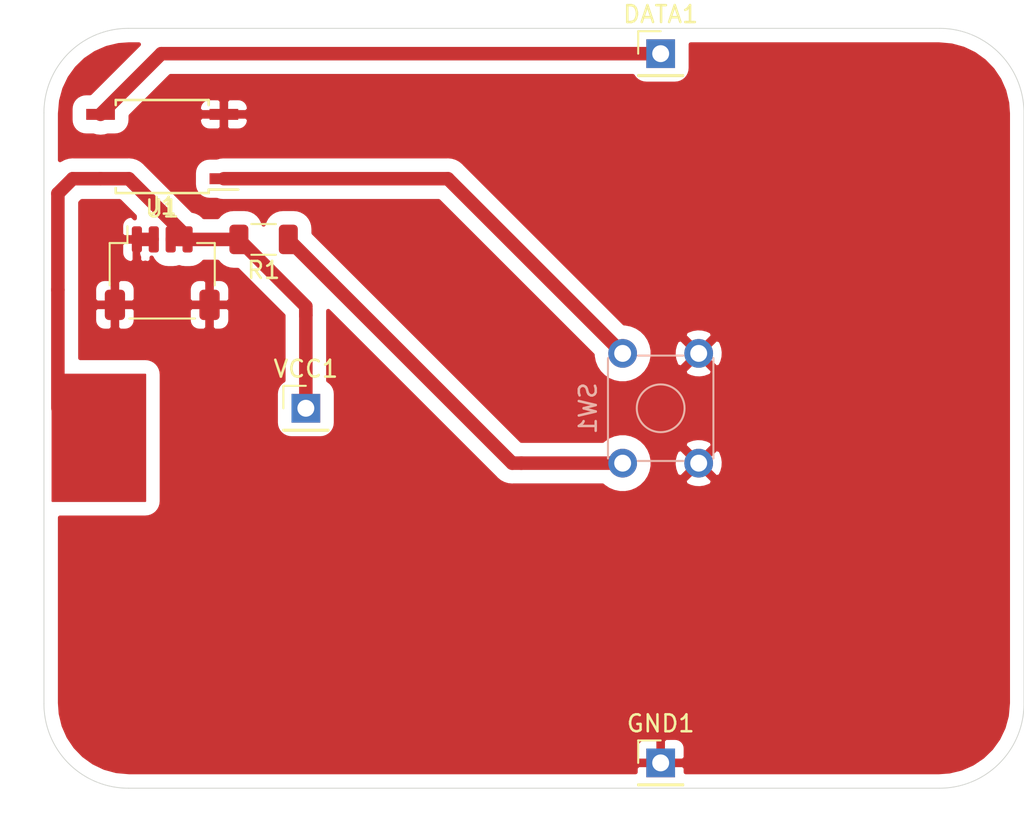
<source format=kicad_pcb>
(kicad_pcb (version 20171130) (host pcbnew 5.1.12-84ad8e8a86~92~ubuntu20.04.1)

  (general
    (thickness 1.6)
    (drawings 9)
    (tracks 22)
    (zones 0)
    (modules 7)
    (nets 6)
  )

  (page A4)
  (layers
    (0 F.Cu signal)
    (31 B.Cu signal)
    (32 B.Adhes user)
    (33 F.Adhes user)
    (34 B.Paste user)
    (35 F.Paste user)
    (36 B.SilkS user)
    (37 F.SilkS user)
    (38 B.Mask user)
    (39 F.Mask user)
    (40 Dwgs.User user)
    (41 Cmts.User user)
    (42 Eco1.User user)
    (43 Eco2.User user)
    (44 Edge.Cuts user)
    (45 Margin user)
    (46 B.CrtYd user)
    (47 F.CrtYd user)
    (48 B.Fab user)
    (49 F.Fab user)
  )

  (setup
    (last_trace_width 0.25)
    (user_trace_width 0.8)
    (trace_clearance 0.4)
    (zone_clearance 0.8)
    (zone_45_only no)
    (trace_min 0.2)
    (via_size 0.8)
    (via_drill 0.4)
    (via_min_size 0.4)
    (via_min_drill 0.3)
    (uvia_size 0.3)
    (uvia_drill 0.1)
    (uvias_allowed no)
    (uvia_min_size 0.2)
    (uvia_min_drill 0.1)
    (edge_width 0.05)
    (segment_width 0.2)
    (pcb_text_width 0.3)
    (pcb_text_size 1.5 1.5)
    (mod_edge_width 0.12)
    (mod_text_size 1 1)
    (mod_text_width 0.15)
    (pad_size 1.7 1.7)
    (pad_drill 1)
    (pad_to_mask_clearance 0)
    (aux_axis_origin 0 0)
    (visible_elements FFFFFF7F)
    (pcbplotparams
      (layerselection 0x010fc_ffffffff)
      (usegerberextensions false)
      (usegerberattributes true)
      (usegerberadvancedattributes true)
      (creategerberjobfile true)
      (excludeedgelayer true)
      (linewidth 0.100000)
      (plotframeref false)
      (viasonmask false)
      (mode 1)
      (useauxorigin false)
      (hpglpennumber 1)
      (hpglpenspeed 20)
      (hpglpendiameter 15.000000)
      (psnegative false)
      (psa4output false)
      (plotreference true)
      (plotvalue true)
      (plotinvisibletext false)
      (padsonsilk false)
      (subtractmaskfromsilk false)
      (outputformat 1)
      (mirror false)
      (drillshape 0)
      (scaleselection 1)
      (outputdirectory "gerber"))
  )

  (net 0 "")
  (net 1 GND)
  (net 2 VCC)
  (net 3 "Net-(DATA1-Pad1)")
  (net 4 "Net-(R1-Pad1)")
  (net 5 "Net-(SW1-Pad1)")

  (net_class Default "This is the default net class."
    (clearance 0.4)
    (trace_width 0.25)
    (via_dia 0.8)
    (via_drill 0.4)
    (uvia_dia 0.3)
    (uvia_drill 0.1)
    (add_net GND)
    (add_net "Net-(DATA1-Pad1)")
    (add_net "Net-(R1-Pad1)")
    (add_net "Net-(SW1-Pad1)")
    (add_net VCC)
  )

  (module Resistor_SMD:R_1206_3216Metric (layer F.Cu) (tedit 5F68FEEE) (tstamp 618ADBEA)
    (at 113 112.5 180)
    (descr "Resistor SMD 1206 (3216 Metric), square (rectangular) end terminal, IPC_7351 nominal, (Body size source: IPC-SM-782 page 72, https://www.pcb-3d.com/wordpress/wp-content/uploads/ipc-sm-782a_amendment_1_and_2.pdf), generated with kicad-footprint-generator")
    (tags resistor)
    (path /61905F66)
    (attr smd)
    (fp_text reference R1 (at 0 -1.82) (layer F.SilkS)
      (effects (font (size 1 1) (thickness 0.15)))
    )
    (fp_text value R (at 0 1.82) (layer F.Fab)
      (effects (font (size 1 1) (thickness 0.15)))
    )
    (fp_line (start 2.28 1.12) (end -2.28 1.12) (layer F.CrtYd) (width 0.05))
    (fp_line (start 2.28 -1.12) (end 2.28 1.12) (layer F.CrtYd) (width 0.05))
    (fp_line (start -2.28 -1.12) (end 2.28 -1.12) (layer F.CrtYd) (width 0.05))
    (fp_line (start -2.28 1.12) (end -2.28 -1.12) (layer F.CrtYd) (width 0.05))
    (fp_line (start -0.727064 0.91) (end 0.727064 0.91) (layer F.SilkS) (width 0.12))
    (fp_line (start -0.727064 -0.91) (end 0.727064 -0.91) (layer F.SilkS) (width 0.12))
    (fp_line (start 1.6 0.8) (end -1.6 0.8) (layer F.Fab) (width 0.1))
    (fp_line (start 1.6 -0.8) (end 1.6 0.8) (layer F.Fab) (width 0.1))
    (fp_line (start -1.6 -0.8) (end 1.6 -0.8) (layer F.Fab) (width 0.1))
    (fp_line (start -1.6 0.8) (end -1.6 -0.8) (layer F.Fab) (width 0.1))
    (fp_text user %R (at 0 0) (layer F.Fab)
      (effects (font (size 0.8 0.8) (thickness 0.12)))
    )
    (pad 2 smd roundrect (at 1.4625 0 180) (size 1.125 1.75) (layers F.Cu F.Paste F.Mask) (roundrect_rratio 0.2222204444444444)
      (net 2 VCC))
    (pad 1 smd roundrect (at -1.4625 0 180) (size 1.125 1.75) (layers F.Cu F.Paste F.Mask) (roundrect_rratio 0.2222204444444444)
      (net 4 "Net-(R1-Pad1)"))
    (model ${KISYS3DMOD}/Resistor_SMD.3dshapes/R_1206_3216Metric.wrl
      (at (xyz 0 0 0))
      (scale (xyz 1 1 1))
      (rotate (xyz 0 0 0))
    )
  )

  (module Package_SO:SOIJ-8_5.3x5.3mm_P1.27mm (layer F.Cu) (tedit 618AD5BA) (tstamp 618A8BF4)
    (at 107 107 180)
    (descr "8-Lead Plastic Small Outline (SM) - Medium, 5.28 mm Body [SOIC] (see Microchip Packaging Specification 00000049BS.pdf)")
    (tags "SOIC 1.27")
    (path /618DF9ED)
    (attr smd)
    (fp_text reference U1 (at 0 -3.68 180) (layer F.SilkS)
      (effects (font (size 1 1) (thickness 0.15)))
    )
    (fp_text value ATtiny85-20SU (at 0 3.68 180) (layer F.Fab)
      (effects (font (size 1 1) (thickness 0.15)))
    )
    (fp_line (start -2.75 -2.55) (end -4.5 -2.55) (layer F.SilkS) (width 0.15))
    (fp_line (start -2.75 2.755) (end 2.75 2.755) (layer F.SilkS) (width 0.15))
    (fp_line (start -2.75 -2.755) (end 2.75 -2.755) (layer F.SilkS) (width 0.15))
    (fp_line (start -2.75 2.755) (end -2.75 2.455) (layer F.SilkS) (width 0.15))
    (fp_line (start 2.75 2.755) (end 2.75 2.455) (layer F.SilkS) (width 0.15))
    (fp_line (start 2.75 -2.755) (end 2.75 -2.455) (layer F.SilkS) (width 0.15))
    (fp_line (start -2.75 -2.755) (end -2.75 -2.55) (layer F.SilkS) (width 0.15))
    (fp_line (start -4.75 2.95) (end 4.75 2.95) (layer F.CrtYd) (width 0.05))
    (fp_line (start -4.75 -2.95) (end 4.75 -2.95) (layer F.CrtYd) (width 0.05))
    (fp_line (start 4.75 -2.95) (end 4.75 2.95) (layer F.CrtYd) (width 0.05))
    (fp_line (start -4.75 -2.95) (end -4.75 2.95) (layer F.CrtYd) (width 0.05))
    (fp_line (start -2.65 -1.65) (end -1.65 -2.65) (layer F.Fab) (width 0.15))
    (fp_line (start -2.65 2.65) (end -2.65 -1.65) (layer F.Fab) (width 0.15))
    (fp_line (start 2.65 2.65) (end -2.65 2.65) (layer F.Fab) (width 0.15))
    (fp_line (start 2.65 -2.65) (end 2.65 2.65) (layer F.Fab) (width 0.15))
    (fp_line (start -1.65 -2.65) (end 2.65 -2.65) (layer F.Fab) (width 0.15))
    (fp_text user %R (at 0 0 180) (layer F.Fab)
      (effects (font (size 1 1) (thickness 0.15)))
    )
    (pad 8 smd rect (at 3.65 -1.905 180) (size 1.7 0.65) (layers F.Cu F.Paste F.Mask)
      (net 2 VCC))
    (pad 5 smd rect (at 3.65 1.905 180) (size 1.7 0.65) (layers F.Cu F.Paste F.Mask)
      (net 3 "Net-(DATA1-Pad1)"))
    (pad 4 smd rect (at -3.65 1.905 180) (size 1.7 0.65) (layers F.Cu F.Paste F.Mask)
      (net 1 GND))
    (pad 1 smd rect (at -3.65 -1.905 180) (size 1.7 0.65) (layers F.Cu F.Paste F.Mask)
      (net 5 "Net-(SW1-Pad1)"))
    (model ${KISYS3DMOD}/Package_SO.3dshapes/SOIJ-8_5.3x5.3mm_P1.27mm.wrl
      (at (xyz 0 0 0))
      (scale (xyz 1 1 1))
      (rotate (xyz 0 0 0))
    )
  )

  (module Button_Switch_THT:SW_TH_Tactile_Omron_B3F-10xx (layer B.Cu) (tedit 618AD2BC) (tstamp 618AD341)
    (at 136.5 122.5 270)
    (descr SW_TH_Tactile_Omron_B3F-10xx_https://www.omron.com/ecb/products/pdf/en-b3f.pdf)
    (tags "Omron B3F-10xx")
    (path /61903857)
    (fp_text reference SW1 (at 0 4.3 270) (layer B.SilkS)
      (effects (font (size 1 1) (thickness 0.15)) (justify mirror))
    )
    (fp_text value SW_MEC_5E (at -0.05 -4.25 270) (layer B.Fab)
      (effects (font (size 1 1) (thickness 0.15)) (justify mirror))
    )
    (fp_line (start -4.35 3.35) (end 4.35 3.35) (layer B.CrtYd) (width 0.05))
    (fp_line (start -3 -3) (end 3 -3) (layer B.Fab) (width 0.1))
    (fp_line (start 3.12 1.34) (end 3.12 -1.34) (layer B.SilkS) (width 0.12))
    (fp_line (start -3.12 -1.34) (end -3.12 1.34) (layer B.SilkS) (width 0.12))
    (fp_line (start -2.97 3.12) (end 2.97 3.12) (layer B.SilkS) (width 0.12))
    (fp_line (start -2.97 -3.12) (end 2.97 -3.12) (layer B.SilkS) (width 0.12))
    (fp_circle (center 0 0) (end 1 -1) (layer B.SilkS) (width 0.12))
    (fp_line (start -4.35 3.35) (end -4.35 -3.35) (layer B.CrtYd) (width 0.05))
    (fp_line (start -4.35 -3.35) (end 4.35 -3.35) (layer B.CrtYd) (width 0.05))
    (fp_line (start 4.35 -3.35) (end 4.35 3.35) (layer B.CrtYd) (width 0.05))
    (fp_line (start -3 3) (end 3 3) (layer B.Fab) (width 0.1))
    (fp_line (start 3 3) (end 3 -3) (layer B.Fab) (width 0.1))
    (fp_line (start -3 3) (end -3 -3) (layer B.Fab) (width 0.1))
    (fp_text user %R (at 0 0 270) (layer B.Fab)
      (effects (font (size 1 1) (thickness 0.15)) (justify mirror))
    )
    (pad 1 thru_hole circle (at -3.25 2.25 270) (size 1.7 1.7) (drill 1) (layers *.Cu *.Mask)
      (net 5 "Net-(SW1-Pad1)"))
    (pad 2 thru_hole circle (at 3.25 2.25 270) (size 1.7 1.7) (drill 1) (layers *.Cu *.Mask)
      (net 4 "Net-(R1-Pad1)"))
    (pad 3 thru_hole circle (at -3.25 -2.25 270) (size 1.7 1.7) (drill 1) (layers *.Cu *.Mask)
      (net 1 GND))
    (pad 4 thru_hole circle (at 3.25 -2.25 270) (size 1.7 1.7) (drill 1) (layers *.Cu *.Mask)
      (net 1 GND))
    (model ${KISYS3DMOD}/Button_Switch_THT.3dshapes/SW_TH_Tactile_Omron_B3F-10xx.wrl
      (at (xyz 0 0 0))
      (scale (xyz 1 1 1))
      (rotate (xyz 0 0 0))
    )
  )

  (module Connector_JST:JST_SH_SM04B-SRSS-TB_1x04-1MP_P1.00mm_Horizontal (layer F.Cu) (tedit 5B78AD87) (tstamp 618ACFC3)
    (at 107 114.5)
    (descr "JST SH series connector, SM04B-SRSS-TB (http://www.jst-mfg.com/product/pdf/eng/eSH.pdf), generated with kicad-footprint-generator")
    (tags "connector JST SH top entry")
    (path /618DEBCD)
    (attr smd)
    (fp_text reference J1 (at 0 -3.98) (layer F.SilkS)
      (effects (font (size 1 1) (thickness 0.15)))
    )
    (fp_text value Conn_01x04_MountingPin (at 0 3.98) (layer F.Fab)
      (effects (font (size 1 1) (thickness 0.15)))
    )
    (fp_line (start -1.5 -0.967893) (end -1 -1.675) (layer F.Fab) (width 0.1))
    (fp_line (start -2 -1.675) (end -1.5 -0.967893) (layer F.Fab) (width 0.1))
    (fp_line (start 3.9 -3.28) (end -3.9 -3.28) (layer F.CrtYd) (width 0.05))
    (fp_line (start 3.9 3.28) (end 3.9 -3.28) (layer F.CrtYd) (width 0.05))
    (fp_line (start -3.9 3.28) (end 3.9 3.28) (layer F.CrtYd) (width 0.05))
    (fp_line (start -3.9 -3.28) (end -3.9 3.28) (layer F.CrtYd) (width 0.05))
    (fp_line (start 3 -1.675) (end 3 2.575) (layer F.Fab) (width 0.1))
    (fp_line (start -3 -1.675) (end -3 2.575) (layer F.Fab) (width 0.1))
    (fp_line (start -3 2.575) (end 3 2.575) (layer F.Fab) (width 0.1))
    (fp_line (start -1.94 2.685) (end 1.94 2.685) (layer F.SilkS) (width 0.12))
    (fp_line (start 3.11 -1.785) (end 2.06 -1.785) (layer F.SilkS) (width 0.12))
    (fp_line (start 3.11 0.715) (end 3.11 -1.785) (layer F.SilkS) (width 0.12))
    (fp_line (start -2.06 -1.785) (end -2.06 -2.775) (layer F.SilkS) (width 0.12))
    (fp_line (start -3.11 -1.785) (end -2.06 -1.785) (layer F.SilkS) (width 0.12))
    (fp_line (start -3.11 0.715) (end -3.11 -1.785) (layer F.SilkS) (width 0.12))
    (fp_line (start -3 -1.675) (end 3 -1.675) (layer F.Fab) (width 0.1))
    (fp_text user %R (at 0 0) (layer F.Fab)
      (effects (font (size 1 1) (thickness 0.15)))
    )
    (pad MP smd roundrect (at 2.8 1.875) (size 1.2 1.8) (layers F.Cu F.Paste F.Mask) (roundrect_rratio 0.2083325)
      (net 1 GND))
    (pad MP smd roundrect (at -2.8 1.875) (size 1.2 1.8) (layers F.Cu F.Paste F.Mask) (roundrect_rratio 0.2083325)
      (net 1 GND))
    (pad 4 smd roundrect (at 1.5 -2) (size 0.6 1.55) (layers F.Cu F.Paste F.Mask) (roundrect_rratio 0.25)
      (net 2 VCC))
    (pad 3 smd roundrect (at 0.5 -2) (size 0.6 1.55) (layers F.Cu F.Paste F.Mask) (roundrect_rratio 0.25)
      (net 2 VCC))
    (pad 2 smd roundrect (at -0.5 -2) (size 0.6 1.55) (layers F.Cu F.Paste F.Mask) (roundrect_rratio 0.25)
      (net 1 GND))
    (pad 1 smd roundrect (at -1.5 -2) (size 0.6 1.55) (layers F.Cu F.Paste F.Mask) (roundrect_rratio 0.25)
      (net 1 GND))
    (model ${KISYS3DMOD}/Connector_JST.3dshapes/JST_SH_SM04B-SRSS-TB_1x04-1MP_P1.00mm_Horizontal.wrl
      (at (xyz 0 0 0))
      (scale (xyz 1 1 1))
      (rotate (xyz 0 0 0))
    )
  )

  (module Connector_PinHeader_2.54mm:PinHeader_1x01_P2.54mm_Vertical (layer F.Cu) (tedit 59FED5CC) (tstamp 618A8C09)
    (at 115.5 122.5)
    (descr "Through hole straight pin header, 1x01, 2.54mm pitch, single row")
    (tags "Through hole pin header THT 1x01 2.54mm single row")
    (path /618E1BDB)
    (fp_text reference VCC1 (at 0 -2.33) (layer F.SilkS)
      (effects (font (size 1 1) (thickness 0.15)))
    )
    (fp_text value Conn_01x01 (at 0 2.33) (layer F.Fab)
      (effects (font (size 1 1) (thickness 0.15)))
    )
    (fp_line (start 1.8 -1.8) (end -1.8 -1.8) (layer F.CrtYd) (width 0.05))
    (fp_line (start 1.8 1.8) (end 1.8 -1.8) (layer F.CrtYd) (width 0.05))
    (fp_line (start -1.8 1.8) (end 1.8 1.8) (layer F.CrtYd) (width 0.05))
    (fp_line (start -1.8 -1.8) (end -1.8 1.8) (layer F.CrtYd) (width 0.05))
    (fp_line (start -1.33 -1.33) (end 0 -1.33) (layer F.SilkS) (width 0.12))
    (fp_line (start -1.33 0) (end -1.33 -1.33) (layer F.SilkS) (width 0.12))
    (fp_line (start -1.33 1.27) (end 1.33 1.27) (layer F.SilkS) (width 0.12))
    (fp_line (start 1.33 1.27) (end 1.33 1.33) (layer F.SilkS) (width 0.12))
    (fp_line (start -1.33 1.27) (end -1.33 1.33) (layer F.SilkS) (width 0.12))
    (fp_line (start -1.33 1.33) (end 1.33 1.33) (layer F.SilkS) (width 0.12))
    (fp_line (start -1.27 -0.635) (end -0.635 -1.27) (layer F.Fab) (width 0.1))
    (fp_line (start -1.27 1.27) (end -1.27 -0.635) (layer F.Fab) (width 0.1))
    (fp_line (start 1.27 1.27) (end -1.27 1.27) (layer F.Fab) (width 0.1))
    (fp_line (start 1.27 -1.27) (end 1.27 1.27) (layer F.Fab) (width 0.1))
    (fp_line (start -0.635 -1.27) (end 1.27 -1.27) (layer F.Fab) (width 0.1))
    (fp_text user %R (at 0 0 90) (layer F.Fab)
      (effects (font (size 1 1) (thickness 0.15)))
    )
    (pad 1 thru_hole rect (at 0 0) (size 1.7 1.7) (drill 1) (layers *.Cu *.Mask)
      (net 2 VCC))
    (model ${KISYS3DMOD}/Connector_PinHeader_2.54mm.3dshapes/PinHeader_1x01_P2.54mm_Vertical.wrl
      (at (xyz 0 0 0))
      (scale (xyz 1 1 1))
      (rotate (xyz 0 0 0))
    )
  )

  (module Connector_PinHeader_2.54mm:PinHeader_1x01_P2.54mm_Vertical (layer F.Cu) (tedit 59FED5CC) (tstamp 618A9117)
    (at 136.5 143.5)
    (descr "Through hole straight pin header, 1x01, 2.54mm pitch, single row")
    (tags "Through hole pin header THT 1x01 2.54mm single row")
    (path /618E229E)
    (fp_text reference GND1 (at 0 -2.33) (layer F.SilkS)
      (effects (font (size 1 1) (thickness 0.15)))
    )
    (fp_text value Conn_01x01 (at 0 2.33) (layer F.Fab)
      (effects (font (size 1 1) (thickness 0.15)))
    )
    (fp_line (start 1.8 -1.8) (end -1.8 -1.8) (layer F.CrtYd) (width 0.05))
    (fp_line (start 1.8 1.8) (end 1.8 -1.8) (layer F.CrtYd) (width 0.05))
    (fp_line (start -1.8 1.8) (end 1.8 1.8) (layer F.CrtYd) (width 0.05))
    (fp_line (start -1.8 -1.8) (end -1.8 1.8) (layer F.CrtYd) (width 0.05))
    (fp_line (start -1.33 -1.33) (end 0 -1.33) (layer F.SilkS) (width 0.12))
    (fp_line (start -1.33 0) (end -1.33 -1.33) (layer F.SilkS) (width 0.12))
    (fp_line (start -1.33 1.27) (end 1.33 1.27) (layer F.SilkS) (width 0.12))
    (fp_line (start 1.33 1.27) (end 1.33 1.33) (layer F.SilkS) (width 0.12))
    (fp_line (start -1.33 1.27) (end -1.33 1.33) (layer F.SilkS) (width 0.12))
    (fp_line (start -1.33 1.33) (end 1.33 1.33) (layer F.SilkS) (width 0.12))
    (fp_line (start -1.27 -0.635) (end -0.635 -1.27) (layer F.Fab) (width 0.1))
    (fp_line (start -1.27 1.27) (end -1.27 -0.635) (layer F.Fab) (width 0.1))
    (fp_line (start 1.27 1.27) (end -1.27 1.27) (layer F.Fab) (width 0.1))
    (fp_line (start 1.27 -1.27) (end 1.27 1.27) (layer F.Fab) (width 0.1))
    (fp_line (start -0.635 -1.27) (end 1.27 -1.27) (layer F.Fab) (width 0.1))
    (fp_text user %R (at 0 0.5 180) (layer F.Fab)
      (effects (font (size 1 1) (thickness 0.15)))
    )
    (pad 1 thru_hole rect (at 0 0) (size 1.7 1.7) (drill 1) (layers *.Cu *.Mask)
      (net 1 GND))
    (model ${KISYS3DMOD}/Connector_PinHeader_2.54mm.3dshapes/PinHeader_1x01_P2.54mm_Vertical.wrl
      (at (xyz 0 0 0))
      (scale (xyz 1 1 1))
      (rotate (xyz 0 0 0))
    )
  )

  (module Connector_PinHeader_2.54mm:PinHeader_1x01_P2.54mm_Vertical (layer F.Cu) (tedit 59FED5CC) (tstamp 618A9AFC)
    (at 136.5 101.5)
    (descr "Through hole straight pin header, 1x01, 2.54mm pitch, single row")
    (tags "Through hole pin header THT 1x01 2.54mm single row")
    (path /618E1E7C)
    (fp_text reference DATA1 (at 0 -2.33) (layer F.SilkS)
      (effects (font (size 1 1) (thickness 0.15)))
    )
    (fp_text value Conn_01x01 (at 0 2.33) (layer F.Fab)
      (effects (font (size 1 1) (thickness 0.15)))
    )
    (fp_line (start 1.8 -1.8) (end -1.8 -1.8) (layer F.CrtYd) (width 0.05))
    (fp_line (start 1.8 1.8) (end 1.8 -1.8) (layer F.CrtYd) (width 0.05))
    (fp_line (start -1.8 1.8) (end 1.8 1.8) (layer F.CrtYd) (width 0.05))
    (fp_line (start -1.8 -1.8) (end -1.8 1.8) (layer F.CrtYd) (width 0.05))
    (fp_line (start -1.33 -1.33) (end 0 -1.33) (layer F.SilkS) (width 0.12))
    (fp_line (start -1.33 0) (end -1.33 -1.33) (layer F.SilkS) (width 0.12))
    (fp_line (start -1.33 1.27) (end 1.33 1.27) (layer F.SilkS) (width 0.12))
    (fp_line (start 1.33 1.27) (end 1.33 1.33) (layer F.SilkS) (width 0.12))
    (fp_line (start -1.33 1.27) (end -1.33 1.33) (layer F.SilkS) (width 0.12))
    (fp_line (start -1.33 1.33) (end 1.33 1.33) (layer F.SilkS) (width 0.12))
    (fp_line (start -1.27 -0.635) (end -0.635 -1.27) (layer F.Fab) (width 0.1))
    (fp_line (start -1.27 1.27) (end -1.27 -0.635) (layer F.Fab) (width 0.1))
    (fp_line (start 1.27 1.27) (end -1.27 1.27) (layer F.Fab) (width 0.1))
    (fp_line (start 1.27 -1.27) (end 1.27 1.27) (layer F.Fab) (width 0.1))
    (fp_line (start -0.635 -1.27) (end 1.27 -1.27) (layer F.Fab) (width 0.1))
    (fp_text user %R (at 0 0 90) (layer F.Fab)
      (effects (font (size 1 1) (thickness 0.15)))
    )
    (pad 1 thru_hole rect (at 0 0) (size 1.7 1.7) (drill 1) (layers *.Cu *.Mask)
      (net 3 "Net-(DATA1-Pad1)"))
    (model ${KISYS3DMOD}/Connector_PinHeader_2.54mm.3dshapes/PinHeader_1x01_P2.54mm_Vertical.wrl
      (at (xyz 0 0 0))
      (scale (xyz 1 1 1))
      (rotate (xyz 0 0 0))
    )
  )

  (gr_poly (pts (xy 106 128) (xy 100.5 128) (xy 100.5 120.5) (xy 106 120.5)) (layer F.Cu) (width 0.1))
  (gr_line (start 105 145) (end 153 145) (layer Edge.Cuts) (width 0.05) (tstamp 618A9331))
  (gr_line (start 158 140) (end 158 105) (layer Edge.Cuts) (width 0.05) (tstamp 618A8E19))
  (gr_arc (start 153 105) (end 158 105) (angle -90) (layer Edge.Cuts) (width 0.05) (tstamp 618A8E08))
  (gr_arc (start 153 140) (end 153 145) (angle -90) (layer Edge.Cuts) (width 0.05) (tstamp 618A8E05))
  (gr_arc (start 105 140) (end 100 140) (angle -90) (layer Edge.Cuts) (width 0.05) (tstamp 618A8DFE))
  (gr_line (start 100 105) (end 100 140) (layer Edge.Cuts) (width 0.05) (tstamp 618A8FEB))
  (gr_line (start 105 100) (end 153 100) (layer Edge.Cuts) (width 0.05) (tstamp 618A8DF1))
  (gr_arc (start 105 105) (end 105 100) (angle -90) (layer Edge.Cuts) (width 0.05) (tstamp 618A8DFC))

  (segment (start 105.5 112.5) (end 106.39999 112.5) (width 0.8) (layer F.Cu) (net 1))
  (segment (start 108.5 112.5) (end 108.00001 112.5) (width 0.8) (layer F.Cu) (net 2))
  (segment (start 108.5 112.5) (end 107.60001 112.5) (width 0.8) (layer F.Cu) (net 2))
  (segment (start 105.023518 108.905) (end 108.5 112.381482) (width 0.8) (layer F.Cu) (net 2))
  (segment (start 108.5 112.381482) (end 108.5 112.5) (width 0.8) (layer F.Cu) (net 2))
  (segment (start 103.35 108.905) (end 105.023518 108.905) (width 0.8) (layer F.Cu) (net 2))
  (segment (start 101.7 108.905) (end 100.82501 109.77999) (width 0.8) (layer F.Cu) (net 2))
  (segment (start 103.35 108.905) (end 101.7 108.905) (width 0.8) (layer F.Cu) (net 2))
  (segment (start 100.82501 109.77999) (end 100.82501 115.484952) (width 0.8) (layer F.Cu) (net 2))
  (segment (start 100.82501 115.484952) (end 100.82501 122.5) (width 0.8) (layer F.Cu) (net 2))
  (segment (start 108.5 112.5) (end 111.5375 112.5) (width 0.8) (layer F.Cu) (net 2))
  (segment (start 115.5 116.4625) (end 115.5 117) (width 0.8) (layer F.Cu) (net 2))
  (segment (start 111.5375 112.5) (end 115.5 116.4625) (width 0.8) (layer F.Cu) (net 2))
  (segment (start 115.5 117) (end 115.5 122.5) (width 0.8) (layer F.Cu) (net 2))
  (segment (start 115.5 116.6125) (end 115.5 117) (width 0.8) (layer F.Cu) (net 2))
  (segment (start 106.945 101.5) (end 103.35 105.095) (width 0.8) (layer F.Cu) (net 3))
  (segment (start 136.5 101.5) (end 106.945 101.5) (width 0.8) (layer F.Cu) (net 3))
  (segment (start 127.7125 125.75) (end 128.25 125.75) (width 0.8) (layer F.Cu) (net 4))
  (segment (start 114.4625 112.5) (end 127.7125 125.75) (width 0.8) (layer F.Cu) (net 4))
  (segment (start 134.25 125.75) (end 128.25 125.75) (width 0.8) (layer F.Cu) (net 4))
  (segment (start 123.905 108.905) (end 134.25 119.25) (width 0.8) (layer F.Cu) (net 5))
  (segment (start 110.65 108.905) (end 123.905 108.905) (width 0.8) (layer F.Cu) (net 5))

  (zone (net 1) (net_name GND) (layer F.Cu) (tstamp 618AEF1D) (hatch edge 0.508)
    (connect_pads (clearance 0.8))
    (min_thickness 0.254)
    (fill yes (arc_segments 32) (thermal_gap 0.508) (thermal_bridge_width 0.508))
    (polygon
      (pts
        (xy 158 145) (xy 100 145) (xy 100 100) (xy 158 100)
      )
    )
    (filled_polygon
      (pts
        (xy 102.729825 103.838515) (xy 102.5 103.838515) (xy 102.318276 103.856413) (xy 102.143536 103.90942) (xy 101.982495 103.995499)
        (xy 101.841341 104.111341) (xy 101.725499 104.252495) (xy 101.63942 104.413536) (xy 101.586413 104.588276) (xy 101.568515 104.77)
        (xy 101.568515 105.42) (xy 101.586413 105.601724) (xy 101.63942 105.776464) (xy 101.725499 105.937505) (xy 101.841341 106.078659)
        (xy 101.982495 106.194501) (xy 102.143536 106.28058) (xy 102.318276 106.333587) (xy 102.5 106.351485) (xy 102.920706 106.351485)
        (xy 103.089863 106.402798) (xy 103.35 106.428419) (xy 103.610137 106.402798) (xy 103.779294 106.351485) (xy 104.2 106.351485)
        (xy 104.381724 106.333587) (xy 104.556464 106.28058) (xy 104.717505 106.194501) (xy 104.858659 106.078659) (xy 104.974501 105.937505)
        (xy 105.06058 105.776464) (xy 105.113587 105.601724) (xy 105.131485 105.42) (xy 109.161928 105.42) (xy 109.174188 105.544482)
        (xy 109.210498 105.66418) (xy 109.269463 105.774494) (xy 109.348815 105.871185) (xy 109.445506 105.950537) (xy 109.55582 106.009502)
        (xy 109.675518 106.045812) (xy 109.8 106.058072) (xy 110.36425 106.055) (xy 110.523 105.89625) (xy 110.523 105.222)
        (xy 110.777 105.222) (xy 110.777 105.89625) (xy 110.93575 106.055) (xy 111.5 106.058072) (xy 111.624482 106.045812)
        (xy 111.74418 106.009502) (xy 111.854494 105.950537) (xy 111.951185 105.871185) (xy 112.030537 105.774494) (xy 112.089502 105.66418)
        (xy 112.125812 105.544482) (xy 112.138072 105.42) (xy 112.135 105.38075) (xy 111.97625 105.222) (xy 110.777 105.222)
        (xy 110.523 105.222) (xy 109.32375 105.222) (xy 109.165 105.38075) (xy 109.161928 105.42) (xy 105.131485 105.42)
        (xy 105.131485 105.190175) (xy 105.55166 104.77) (xy 109.161928 104.77) (xy 109.165 104.80925) (xy 109.32375 104.968)
        (xy 110.523 104.968) (xy 110.523 104.29375) (xy 110.777 104.29375) (xy 110.777 104.968) (xy 111.97625 104.968)
        (xy 112.135 104.80925) (xy 112.138072 104.77) (xy 112.125812 104.645518) (xy 112.089502 104.52582) (xy 112.030537 104.415506)
        (xy 111.951185 104.318815) (xy 111.854494 104.239463) (xy 111.74418 104.180498) (xy 111.624482 104.144188) (xy 111.5 104.131928)
        (xy 110.93575 104.135) (xy 110.777 104.29375) (xy 110.523 104.29375) (xy 110.36425 104.135) (xy 109.8 104.131928)
        (xy 109.675518 104.144188) (xy 109.55582 104.180498) (xy 109.445506 104.239463) (xy 109.348815 104.318815) (xy 109.269463 104.415506)
        (xy 109.210498 104.52582) (xy 109.174188 104.645518) (xy 109.161928 104.77) (xy 105.55166 104.77) (xy 107.494661 102.827)
        (xy 134.853848 102.827) (xy 134.875499 102.867505) (xy 134.991341 103.008659) (xy 135.132495 103.124501) (xy 135.293536 103.21058)
        (xy 135.468276 103.263587) (xy 135.65 103.281485) (xy 137.35 103.281485) (xy 137.531724 103.263587) (xy 137.706464 103.21058)
        (xy 137.867505 103.124501) (xy 138.008659 103.008659) (xy 138.124501 102.867505) (xy 138.21058 102.706464) (xy 138.263587 102.531724)
        (xy 138.281485 102.35) (xy 138.281485 100.952) (xy 152.957604 100.952) (xy 153.716167 101.0197) (xy 154.409703 101.20943)
        (xy 155.058676 101.518975) (xy 155.642573 101.938547) (xy 156.142946 102.454891) (xy 156.543972 103.051682) (xy 156.832981 103.710063)
        (xy 157.00259 104.416535) (xy 157.048001 105.034917) (xy 157.048 139.957604) (xy 156.9803 140.716167) (xy 156.79057 141.409704)
        (xy 156.481027 142.058672) (xy 156.061453 142.642573) (xy 155.545109 143.142946) (xy 154.948314 143.543974) (xy 154.289937 143.832981)
        (xy 153.583466 144.00259) (xy 152.965098 144.048) (xy 137.986428 144.048) (xy 137.985 143.78575) (xy 137.82625 143.627)
        (xy 136.627 143.627) (xy 136.627 143.647) (xy 136.373 143.647) (xy 136.373 143.627) (xy 135.17375 143.627)
        (xy 135.015 143.78575) (xy 135.013572 144.048) (xy 105.042396 144.048) (xy 104.283833 143.9803) (xy 103.590296 143.79057)
        (xy 102.941328 143.481027) (xy 102.357427 143.061453) (xy 101.958701 142.65) (xy 135.011928 142.65) (xy 135.015 143.21425)
        (xy 135.17375 143.373) (xy 136.373 143.373) (xy 136.373 142.17375) (xy 136.627 142.17375) (xy 136.627 143.373)
        (xy 137.82625 143.373) (xy 137.985 143.21425) (xy 137.988072 142.65) (xy 137.975812 142.525518) (xy 137.939502 142.40582)
        (xy 137.880537 142.295506) (xy 137.801185 142.198815) (xy 137.704494 142.119463) (xy 137.59418 142.060498) (xy 137.474482 142.024188)
        (xy 137.35 142.011928) (xy 136.78575 142.015) (xy 136.627 142.17375) (xy 136.373 142.17375) (xy 136.21425 142.015)
        (xy 135.65 142.011928) (xy 135.525518 142.024188) (xy 135.40582 142.060498) (xy 135.295506 142.119463) (xy 135.198815 142.198815)
        (xy 135.119463 142.295506) (xy 135.060498 142.40582) (xy 135.024188 142.525518) (xy 135.011928 142.65) (xy 101.958701 142.65)
        (xy 101.857054 142.545109) (xy 101.456026 141.948314) (xy 101.167019 141.289937) (xy 100.99741 140.583466) (xy 100.952 139.965098)
        (xy 100.952 128.977) (xy 106 128.977) (xy 106.091479 128.96803) (xy 106.183072 128.959695) (xy 106.186361 128.958727)
        (xy 106.189767 128.958393) (xy 106.277686 128.931849) (xy 106.365991 128.905859) (xy 106.369031 128.90427) (xy 106.372306 128.903281)
        (xy 106.45344 128.860141) (xy 106.534969 128.817519) (xy 106.537638 128.815373) (xy 106.540664 128.813764) (xy 106.611951 128.755624)
        (xy 106.683571 128.69804) (xy 106.685771 128.695418) (xy 106.688428 128.693251) (xy 106.747044 128.622396) (xy 106.806136 128.551973)
        (xy 106.807787 128.54897) (xy 106.80997 128.546331) (xy 106.853702 128.465451) (xy 106.897995 128.384881) (xy 106.89903 128.381617)
        (xy 106.90066 128.378603) (xy 106.927852 128.290761) (xy 106.95565 128.20313) (xy 106.956032 128.199726) (xy 106.957045 128.196453)
        (xy 106.966654 128.10503) (xy 106.976905 128.013641) (xy 106.976951 128.00706) (xy 106.976976 128.006821) (xy 106.976954 128.006581)
        (xy 106.977 128) (xy 106.977 120.5) (xy 106.96803 120.408521) (xy 106.959695 120.316928) (xy 106.958727 120.313639)
        (xy 106.958393 120.310233) (xy 106.931849 120.222314) (xy 106.905859 120.134009) (xy 106.90427 120.130969) (xy 106.903281 120.127694)
        (xy 106.860141 120.04656) (xy 106.817519 119.965031) (xy 106.815373 119.962362) (xy 106.813764 119.959336) (xy 106.755624 119.888049)
        (xy 106.69804 119.816429) (xy 106.695418 119.814229) (xy 106.693251 119.811572) (xy 106.622396 119.752956) (xy 106.551973 119.693864)
        (xy 106.54897 119.692213) (xy 106.546331 119.69003) (xy 106.465451 119.646298) (xy 106.384881 119.602005) (xy 106.381617 119.60097)
        (xy 106.378603 119.59934) (xy 106.290761 119.572148) (xy 106.20313 119.54435) (xy 106.199726 119.543968) (xy 106.196453 119.542955)
        (xy 106.10503 119.533346) (xy 106.013641 119.523095) (xy 106.00706 119.523049) (xy 106.006821 119.523024) (xy 106.006581 119.523046)
        (xy 106 119.523) (xy 102.15201 119.523) (xy 102.15201 117.275) (xy 102.961928 117.275) (xy 102.974188 117.399482)
        (xy 103.010498 117.51918) (xy 103.069463 117.629494) (xy 103.148815 117.726185) (xy 103.245506 117.805537) (xy 103.35582 117.864502)
        (xy 103.475518 117.900812) (xy 103.6 117.913072) (xy 103.91425 117.91) (xy 104.073 117.75125) (xy 104.073 116.502)
        (xy 104.327 116.502) (xy 104.327 117.75125) (xy 104.48575 117.91) (xy 104.8 117.913072) (xy 104.924482 117.900812)
        (xy 105.04418 117.864502) (xy 105.154494 117.805537) (xy 105.251185 117.726185) (xy 105.330537 117.629494) (xy 105.389502 117.51918)
        (xy 105.425812 117.399482) (xy 105.438072 117.275) (xy 108.561928 117.275) (xy 108.574188 117.399482) (xy 108.610498 117.51918)
        (xy 108.669463 117.629494) (xy 108.748815 117.726185) (xy 108.845506 117.805537) (xy 108.95582 117.864502) (xy 109.075518 117.900812)
        (xy 109.2 117.913072) (xy 109.51425 117.91) (xy 109.673 117.75125) (xy 109.673 116.502) (xy 109.927 116.502)
        (xy 109.927 117.75125) (xy 110.08575 117.91) (xy 110.4 117.913072) (xy 110.524482 117.900812) (xy 110.64418 117.864502)
        (xy 110.754494 117.805537) (xy 110.851185 117.726185) (xy 110.930537 117.629494) (xy 110.989502 117.51918) (xy 111.025812 117.399482)
        (xy 111.038072 117.275) (xy 111.035 116.66075) (xy 110.87625 116.502) (xy 109.927 116.502) (xy 109.673 116.502)
        (xy 108.72375 116.502) (xy 108.565 116.66075) (xy 108.561928 117.275) (xy 105.438072 117.275) (xy 105.435 116.66075)
        (xy 105.27625 116.502) (xy 104.327 116.502) (xy 104.073 116.502) (xy 103.12375 116.502) (xy 102.965 116.66075)
        (xy 102.961928 117.275) (xy 102.15201 117.275) (xy 102.15201 115.475) (xy 102.961928 115.475) (xy 102.965 116.08925)
        (xy 103.12375 116.248) (xy 104.073 116.248) (xy 104.073 114.99875) (xy 104.327 114.99875) (xy 104.327 116.248)
        (xy 105.27625 116.248) (xy 105.435 116.08925) (xy 105.438072 115.475) (xy 108.561928 115.475) (xy 108.565 116.08925)
        (xy 108.72375 116.248) (xy 109.673 116.248) (xy 109.673 114.99875) (xy 109.927 114.99875) (xy 109.927 116.248)
        (xy 110.87625 116.248) (xy 111.035 116.08925) (xy 111.038072 115.475) (xy 111.025812 115.350518) (xy 110.989502 115.23082)
        (xy 110.930537 115.120506) (xy 110.851185 115.023815) (xy 110.754494 114.944463) (xy 110.64418 114.885498) (xy 110.524482 114.849188)
        (xy 110.4 114.836928) (xy 110.08575 114.84) (xy 109.927 114.99875) (xy 109.673 114.99875) (xy 109.51425 114.84)
        (xy 109.2 114.836928) (xy 109.075518 114.849188) (xy 108.95582 114.885498) (xy 108.845506 114.944463) (xy 108.748815 115.023815)
        (xy 108.669463 115.120506) (xy 108.610498 115.23082) (xy 108.574188 115.350518) (xy 108.561928 115.475) (xy 105.438072 115.475)
        (xy 105.425812 115.350518) (xy 105.389502 115.23082) (xy 105.330537 115.120506) (xy 105.251185 115.023815) (xy 105.154494 114.944463)
        (xy 105.04418 114.885498) (xy 104.924482 114.849188) (xy 104.8 114.836928) (xy 104.48575 114.84) (xy 104.327 114.99875)
        (xy 104.073 114.99875) (xy 103.91425 114.84) (xy 103.6 114.836928) (xy 103.475518 114.849188) (xy 103.35582 114.885498)
        (xy 103.245506 114.944463) (xy 103.148815 115.023815) (xy 103.069463 115.120506) (xy 103.010498 115.23082) (xy 102.974188 115.350518)
        (xy 102.961928 115.475) (xy 102.15201 115.475) (xy 102.15201 113.275) (xy 104.561928 113.275) (xy 104.574188 113.399482)
        (xy 104.610498 113.51918) (xy 104.669463 113.629494) (xy 104.748815 113.726185) (xy 104.845506 113.805537) (xy 104.95582 113.864502)
        (xy 105.075518 113.900812) (xy 105.2 113.913072) (xy 105.21425 113.91) (xy 105.373 113.75125) (xy 105.373 112.627)
        (xy 104.72375 112.627) (xy 104.565 112.78575) (xy 104.561928 113.275) (xy 102.15201 113.275) (xy 102.15201 110.32965)
        (xy 102.24966 110.232) (xy 104.473858 110.232) (xy 105.372998 111.13114) (xy 105.372998 111.248748) (xy 105.21425 111.09)
        (xy 105.2 111.086928) (xy 105.075518 111.099188) (xy 104.95582 111.135498) (xy 104.845506 111.194463) (xy 104.748815 111.273815)
        (xy 104.669463 111.370506) (xy 104.610498 111.48082) (xy 104.574188 111.600518) (xy 104.561928 111.725) (xy 104.565 112.21425)
        (xy 104.72375 112.373) (xy 105.373 112.373) (xy 105.373 112.353) (xy 105.627 112.353) (xy 105.627 112.373)
        (xy 105.647 112.373) (xy 105.647 112.627) (xy 105.627 112.627) (xy 105.627 112.72375) (xy 105.565 112.78575)
        (xy 105.561928 113.275) (xy 105.574188 113.399482) (xy 105.610498 113.51918) (xy 105.627 113.550053) (xy 105.627 113.75125)
        (xy 105.78575 113.91) (xy 105.8 113.913072) (xy 105.924482 113.900812) (xy 106 113.877904) (xy 106.075518 113.900812)
        (xy 106.2 113.913072) (xy 106.21425 113.91) (xy 106.373 113.75125) (xy 106.373 113.580328) (xy 106.450778 113.725841)
        (xy 106.585275 113.889725) (xy 106.749159 114.024222) (xy 106.936134 114.124162) (xy 107.139013 114.185705) (xy 107.35 114.206485)
        (xy 107.65 114.206485) (xy 107.860987 114.185705) (xy 108 114.143536) (xy 108.139013 114.185705) (xy 108.35 114.206485)
        (xy 108.65 114.206485) (xy 108.860987 114.185705) (xy 109.063866 114.124162) (xy 109.250841 114.024222) (xy 109.414725 113.889725)
        (xy 109.466202 113.827) (xy 110.280055 113.827) (xy 110.389563 113.960437) (xy 110.568601 114.107369) (xy 110.772864 114.21655)
        (xy 110.994502 114.283783) (xy 111.224998 114.306485) (xy 111.467325 114.306485) (xy 114.173 117.012161) (xy 114.173001 120.853848)
        (xy 114.132495 120.875499) (xy 113.991341 120.991341) (xy 113.875499 121.132495) (xy 113.78942 121.293536) (xy 113.736413 121.468276)
        (xy 113.718515 121.65) (xy 113.718515 123.35) (xy 113.736413 123.531724) (xy 113.78942 123.706464) (xy 113.875499 123.867505)
        (xy 113.991341 124.008659) (xy 114.132495 124.124501) (xy 114.293536 124.21058) (xy 114.468276 124.263587) (xy 114.65 124.281485)
        (xy 116.35 124.281485) (xy 116.531724 124.263587) (xy 116.706464 124.21058) (xy 116.867505 124.124501) (xy 117.008659 124.008659)
        (xy 117.124501 123.867505) (xy 117.21058 123.706464) (xy 117.263587 123.531724) (xy 117.281485 123.35) (xy 117.281485 121.65)
        (xy 117.263587 121.468276) (xy 117.21058 121.293536) (xy 117.124501 121.132495) (xy 117.008659 120.991341) (xy 116.867505 120.875499)
        (xy 116.827 120.853848) (xy 116.827 116.74116) (xy 126.728079 126.64224) (xy 126.76963 126.69287) (xy 126.82026 126.734421)
        (xy 126.820261 126.734422) (xy 126.971691 126.858698) (xy 127.016729 126.882771) (xy 127.202222 126.981919) (xy 127.452363 127.057799)
        (xy 127.647316 127.077) (xy 127.647326 127.077) (xy 127.7125 127.083419) (xy 127.777674 127.077) (xy 133.063943 127.077)
        (xy 133.117229 127.130286) (xy 133.408275 127.324757) (xy 133.731668 127.458711) (xy 134.074981 127.527) (xy 134.425019 127.527)
        (xy 134.768332 127.458711) (xy 135.091725 127.324757) (xy 135.382771 127.130286) (xy 135.630286 126.882771) (xy 135.700026 126.778397)
        (xy 137.901208 126.778397) (xy 137.978843 127.027472) (xy 138.242883 127.153371) (xy 138.526411 127.225339) (xy 138.818531 127.240611)
        (xy 139.108019 127.198599) (xy 139.383747 127.100919) (xy 139.521157 127.027472) (xy 139.598792 126.778397) (xy 138.75 125.929605)
        (xy 137.901208 126.778397) (xy 135.700026 126.778397) (xy 135.824757 126.591725) (xy 135.958711 126.268332) (xy 136.027 125.925019)
        (xy 136.027 125.818531) (xy 137.259389 125.818531) (xy 137.301401 126.108019) (xy 137.399081 126.383747) (xy 137.472528 126.521157)
        (xy 137.721603 126.598792) (xy 138.570395 125.75) (xy 138.929605 125.75) (xy 139.778397 126.598792) (xy 140.027472 126.521157)
        (xy 140.153371 126.257117) (xy 140.225339 125.973589) (xy 140.240611 125.681469) (xy 140.198599 125.391981) (xy 140.100919 125.116253)
        (xy 140.027472 124.978843) (xy 139.778397 124.901208) (xy 138.929605 125.75) (xy 138.570395 125.75) (xy 137.721603 124.901208)
        (xy 137.472528 124.978843) (xy 137.346629 125.242883) (xy 137.274661 125.526411) (xy 137.259389 125.818531) (xy 136.027 125.818531)
        (xy 136.027 125.574981) (xy 135.958711 125.231668) (xy 135.824757 124.908275) (xy 135.700027 124.721603) (xy 137.901208 124.721603)
        (xy 138.75 125.570395) (xy 139.598792 124.721603) (xy 139.521157 124.472528) (xy 139.257117 124.346629) (xy 138.973589 124.274661)
        (xy 138.681469 124.259389) (xy 138.391981 124.301401) (xy 138.116253 124.399081) (xy 137.978843 124.472528) (xy 137.901208 124.721603)
        (xy 135.700027 124.721603) (xy 135.630286 124.617229) (xy 135.382771 124.369714) (xy 135.091725 124.175243) (xy 134.768332 124.041289)
        (xy 134.425019 123.973) (xy 134.074981 123.973) (xy 133.731668 124.041289) (xy 133.408275 124.175243) (xy 133.117229 124.369714)
        (xy 133.063943 124.423) (xy 128.262161 124.423) (xy 115.956485 112.117325) (xy 115.956485 111.874998) (xy 115.933783 111.644502)
        (xy 115.86655 111.422864) (xy 115.757369 111.218601) (xy 115.610437 111.039563) (xy 115.431399 110.892631) (xy 115.227136 110.78345)
        (xy 115.005498 110.716217) (xy 114.775002 110.693515) (xy 114.149998 110.693515) (xy 113.919502 110.716217) (xy 113.697864 110.78345)
        (xy 113.493601 110.892631) (xy 113.314563 111.039563) (xy 113.167631 111.218601) (xy 113.05845 111.422864) (xy 113 111.615548)
        (xy 112.94155 111.422864) (xy 112.832369 111.218601) (xy 112.685437 111.039563) (xy 112.506399 110.892631) (xy 112.302136 110.78345)
        (xy 112.080498 110.716217) (xy 111.850002 110.693515) (xy 111.224998 110.693515) (xy 110.994502 110.716217) (xy 110.772864 110.78345)
        (xy 110.568601 110.892631) (xy 110.389563 111.039563) (xy 110.280055 111.173) (xy 109.466202 111.173) (xy 109.414725 111.110275)
        (xy 109.250841 110.975778) (xy 109.063866 110.875838) (xy 108.860987 110.814295) (xy 108.803846 110.808667) (xy 106.575179 108.58)
        (xy 108.868515 108.58) (xy 108.868515 109.23) (xy 108.886413 109.411724) (xy 108.93942 109.586464) (xy 109.025499 109.747505)
        (xy 109.141341 109.888659) (xy 109.282495 110.004501) (xy 109.443536 110.09058) (xy 109.618276 110.143587) (xy 109.8 110.161485)
        (xy 110.220705 110.161485) (xy 110.389863 110.212799) (xy 110.584816 110.232) (xy 123.35534 110.232) (xy 132.473 119.349661)
        (xy 132.473 119.425019) (xy 132.541289 119.768332) (xy 132.675243 120.091725) (xy 132.869714 120.382771) (xy 133.117229 120.630286)
        (xy 133.408275 120.824757) (xy 133.731668 120.958711) (xy 134.074981 121.027) (xy 134.425019 121.027) (xy 134.768332 120.958711)
        (xy 135.091725 120.824757) (xy 135.382771 120.630286) (xy 135.630286 120.382771) (xy 135.700026 120.278397) (xy 137.901208 120.278397)
        (xy 137.978843 120.527472) (xy 138.242883 120.653371) (xy 138.526411 120.725339) (xy 138.818531 120.740611) (xy 139.108019 120.698599)
        (xy 139.383747 120.600919) (xy 139.521157 120.527472) (xy 139.598792 120.278397) (xy 138.75 119.429605) (xy 137.901208 120.278397)
        (xy 135.700026 120.278397) (xy 135.824757 120.091725) (xy 135.958711 119.768332) (xy 136.027 119.425019) (xy 136.027 119.318531)
        (xy 137.259389 119.318531) (xy 137.301401 119.608019) (xy 137.399081 119.883747) (xy 137.472528 120.021157) (xy 137.721603 120.098792)
        (xy 138.570395 119.25) (xy 138.929605 119.25) (xy 139.778397 120.098792) (xy 140.027472 120.021157) (xy 140.153371 119.757117)
        (xy 140.225339 119.473589) (xy 140.240611 119.181469) (xy 140.198599 118.891981) (xy 140.100919 118.616253) (xy 140.027472 118.478843)
        (xy 139.778397 118.401208) (xy 138.929605 119.25) (xy 138.570395 119.25) (xy 137.721603 118.401208) (xy 137.472528 118.478843)
        (xy 137.346629 118.742883) (xy 137.274661 119.026411) (xy 137.259389 119.318531) (xy 136.027 119.318531) (xy 136.027 119.074981)
        (xy 135.958711 118.731668) (xy 135.824757 118.408275) (xy 135.700027 118.221603) (xy 137.901208 118.221603) (xy 138.75 119.070395)
        (xy 139.598792 118.221603) (xy 139.521157 117.972528) (xy 139.257117 117.846629) (xy 138.973589 117.774661) (xy 138.681469 117.759389)
        (xy 138.391981 117.801401) (xy 138.116253 117.899081) (xy 137.978843 117.972528) (xy 137.901208 118.221603) (xy 135.700027 118.221603)
        (xy 135.630286 118.117229) (xy 135.382771 117.869714) (xy 135.091725 117.675243) (xy 134.768332 117.541289) (xy 134.425019 117.473)
        (xy 134.349661 117.473) (xy 124.889425 108.012765) (xy 124.84787 107.96213) (xy 124.645808 107.796302) (xy 124.415278 107.673081)
        (xy 124.165137 107.597201) (xy 123.970184 107.578) (xy 123.970174 107.578) (xy 123.905 107.571581) (xy 123.839826 107.578)
        (xy 110.584816 107.578) (xy 110.389863 107.597201) (xy 110.220705 107.648515) (xy 109.8 107.648515) (xy 109.618276 107.666413)
        (xy 109.443536 107.71942) (xy 109.282495 107.805499) (xy 109.141341 107.921341) (xy 109.025499 108.062495) (xy 108.93942 108.223536)
        (xy 108.886413 108.398276) (xy 108.868515 108.58) (xy 106.575179 108.58) (xy 106.007943 108.012765) (xy 105.966388 107.96213)
        (xy 105.764326 107.796302) (xy 105.533796 107.673081) (xy 105.283655 107.597201) (xy 105.088702 107.578) (xy 105.088692 107.578)
        (xy 105.023518 107.571581) (xy 104.958344 107.578) (xy 101.765174 107.578) (xy 101.7 107.571581) (xy 101.634826 107.578)
        (xy 101.634816 107.578) (xy 101.439863 107.597201) (xy 101.270705 107.648515) (xy 101.189722 107.673081) (xy 100.959191 107.796302)
        (xy 100.952 107.802204) (xy 100.952 105.042396) (xy 101.0197 104.283833) (xy 101.20943 103.590297) (xy 101.518975 102.941324)
        (xy 101.938547 102.357427) (xy 102.454891 101.857054) (xy 103.051682 101.456028) (xy 103.710063 101.167019) (xy 104.416535 100.99741)
        (xy 105.034903 100.952) (xy 105.616339 100.952)
      )
    )
  )
)

</source>
